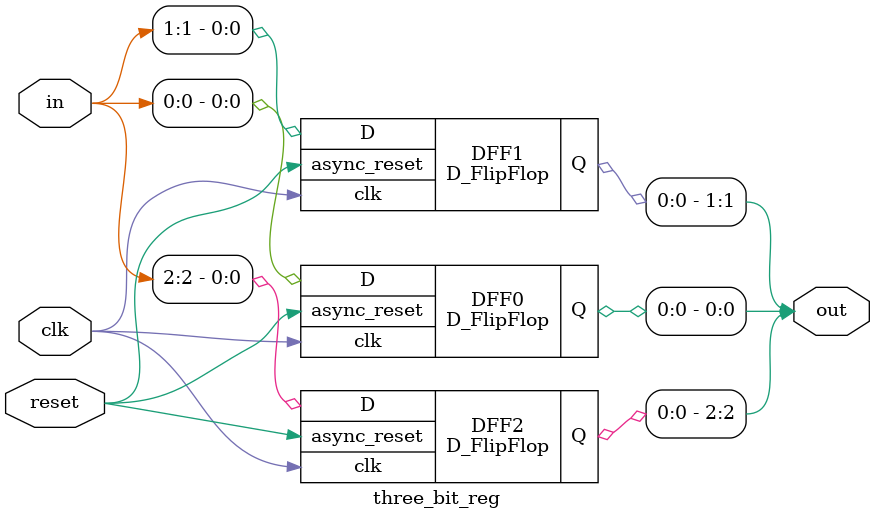
<source format=v>
/* Module Properties:
 @author Stylianos Tsarsitalidis
 - Uses 3 D-flip-flops.
 - Each D Flip Flop can be reset asynchronously.
 - All sequential modules have non-blocking assignment (Verilog)!
 - A simple register module.
 */

// Positive edge D flip flop with Asynchronous Reset @High
module D_FlipFlop(input D, // Data input
		  input      clk, // clock input
		  input      async_reset, // asynchronous reset @High
		  output reg Q // Q output
		  );

    always @(posedge clk or posedge async_reset)
      begin
	  if(async_reset==1'b1)
	    Q <= 1'b0;
	  else
	    Q <= D;
      end
endmodule

// The three bit register.
module three_bit_reg( input clk,
		      input 	   reset,
		      input [2:0]  in,
		      output [2:0] out
		      );

	wire [2:0]  _in;

    D_FlipFlop DFF0(in[0], clk, reset, out[0]);
    D_FlipFlop DFF1(in[1], clk, reset, out[1]);
    D_FlipFlop DFF2(in[2], clk, reset, out[2]);

endmodule //three_bit_reg

</source>
